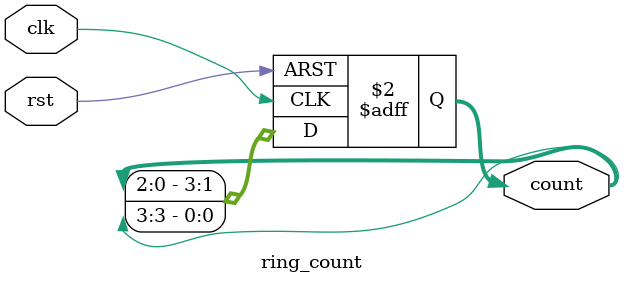
<source format=v>
module ring_count(clk,rst,count);

	input clk,rst;
	output reg [3:0] count;
	
	always@(posedge clk or posedge rst)
	begin
	
		if(rst)
			count <= 4'b1000;
		else
		begin
		
			count[3] <= count[2];
			count[2] <= count[1];
			count[1] <= count[0];
			count[0] <= count[3];
			
		end

    end

endmodule	

</source>
